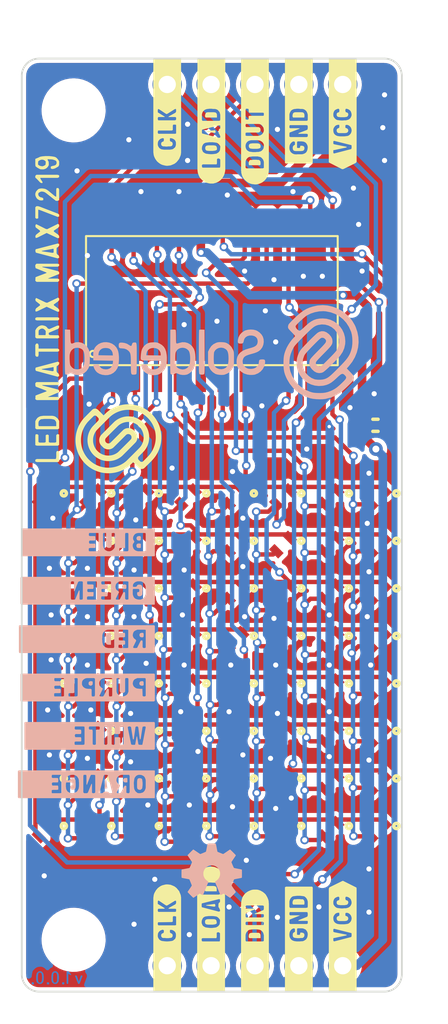
<source format=kicad_pcb>
(kicad_pcb (version 20210623) (generator pcbnew)
  (title_block (title "LED Matrix MAX7219") (date "2021-09-08") (rev "V1.0.0.") (company "SOLDERED") (comment 1 "333062"))
  (layers (0 "F.Cu" signal) (31 "B.Cu" signal) (34 "B.Paste" user) (35 "F.Paste" user) (36 "B.SilkS" user "B.Silkscreen") (37 "F.SilkS" user "F.Silkscreen") (38 "B.Mask" user) (39 "F.Mask" user) (44 "Edge.Cuts" user))
  (net 0 "")
  (net 1 "Net-(D1-Pad1)")
  (net 2 "Net-(D1-Pad2)")
  (net 3 "Net-(D10-Pad2)")
  (net 4 "Net-(D17-Pad2)")
  (net 5 "Net-(D25-Pad2)")
  (net 6 "Net-(D33-Pad2)")
  (net 7 "Net-(D41-Pad2)")
  (net 8 "Net-(D49-Pad2)")
  (net 9 "Net-(D11-Pad1)")
  (net 10 "Net-(D12-Pad1)")
  (net 11 "Net-(D13-Pad1)")
  (net 12 "Net-(D14-Pad1)")
  (net 13 "Net-(D15-Pad1)")
  (net 14 "Net-(D16-Pad1)")
  (net 15 "CLK")
  (net 16 "LOAD")
  (net 17 "DIN")
  (net 18 "GND")
  (net 19 "VCC")
  (net 20 "DOUT")
  (net 21 "Net-(R1-Pad1)")
  (net 22 "Net-(D57-Pad2)")
  (net 23 "Net-(D10-Pad1)")
  (footprint "e-radionica.com footprinti:0402LED" (layer "F.Cu") (at 85 143.25 45)
    (fp_text reference "D4")
    (fp_text value "0402LED")
  )
  (footprint "e-radionica.com footprinti:0402LED" (layer "F.Cu") (at 85 126.75 45)
    (fp_text reference "D52")
    (fp_text value "0402LED")
  )
  (footprint "e-radionica.com footprinti:0402LED" (layer "F.Cu") (at 79.5 135 45)
    (fp_text reference "D26")
    (fp_text value "0402LED")
  )
  (footprint "e-radionica.com footprinti:0402LED" (layer "F.Cu") (at 87.75 135 45)
    (fp_text reference "D29")
    (fp_text value "0402LED")
  )
  (footprint "e-radionica.com footprinti:0402LED" (layer "F.Cu") (at 79.5 143.25 45)
    (fp_text reference "D2")
    (fp_text value "0402LED")
  )
  (footprint "e-radionica.com footprinti:0402LED" (layer "F.Cu") (at 96 124 45)
    (fp_text reference "D64")
    (fp_text value "0402LED")
  )
  (footprint "e-radionica.com footprinti:0402LED" (layer "F.Cu") (at 87.75 124 45)
    (fp_text reference "D61")
    (fp_text value "0402LED")
  )
  (footprint "Soldered Graphics:Logo-Back-SolderedFULL-17mm" (layer "F.Cu") (at 86.375 115.625)
    (fp_text reference "REF**" hide)
    (fp_text value "Logo-Front-SolderedFULL-17mm" hide)
  )
  (footprint "e-radionica.com footprinti:0402LED" (layer "F.Cu") (at 96 140.5 45)
    (fp_text reference "D16")
    (fp_text value "0402LED")
  )
  (footprint "e-radionica.com footprinti:0402LED" (layer "F.Cu") (at 93.25 124 45)
    (fp_text reference "D63")
    (fp_text value "0402LED")
  )
  (footprint "e-radionica.com footprinti:0402LED" (layer "F.Cu") (at 85 135 45)
    (fp_text reference "D28")
    (fp_text value "0402LED")
  )
  (footprint "e-radionica.com footprinti:0402LED" (layer "F.Cu") (at 82.25 126.75 45)
    (fp_text reference "D51")
    (fp_text value "0402LED")
  )
  (footprint "e-radionica.com footprinti:0402LED" (layer "F.Cu") (at 76.75 143.25 45)
    (fp_text reference "D1")
    (fp_text value "0402LED")
  )
  (footprint "e-radionica.com footprinti:0402LED" (layer "F.Cu") (at 93.25 137.75 45)
    (fp_text reference "D23")
    (fp_text value "0402LED")
  )
  (footprint "e-radionica.com footprinti:0402LED" (layer "F.Cu") (at 90.5 129.5 45)
    (fp_text reference "D46")
    (fp_text value "0402LED")
  )
  (footprint "e-radionica.com footprinti:0402LED" (layer "F.Cu") (at 79.5 124 45)
    (fp_text reference "D58")
    (fp_text value "0402LED")
  )
  (footprint "e-radionica.com footprinti:0402LED" (layer "F.Cu") (at 82.25 143.25 45)
    (fp_text reference "D3")
    (fp_text value "0402LED")
  )
  (footprint "e-radionica.com footprinti:0402LED" (layer "F.Cu") (at 93.25 132.25 45)
    (fp_text reference "D39")
    (fp_text value "0402LED")
  )
  (footprint "e-radionica.com footprinti:0402LED" (layer "F.Cu") (at 96 137.75 45)
    (fp_text reference "D24")
    (fp_text value "0402LED")
  )
  (footprint "e-radionica.com footprinti:0402LED" (layer "F.Cu") (at 85 129.5 45)
    (fp_text reference "D44")
    (fp_text value "0402LED")
  )
  (footprint "e-radionica.com footprinti:0402LED" (layer "F.Cu") (at 85 140.5 45)
    (fp_text reference "D12")
    (fp_text value "0402LED")
  )
  (footprint "e-radionica.com footprinti:0402LED" (layer "F.Cu") (at 85 132.25 45)
    (fp_text reference "D36")
    (fp_text value "0402LED")
  )
  (footprint "buzzardLabel" (layer "F.Cu") (at 93.955 153.025 90)
    (fp_text reference "")
    (fp_text value "")
  )
  (footprint "e-radionica.com footprinti:0402LED" (layer "F.Cu") (at 87.75 129.5 45)
    (fp_text reference "D45")
    (fp_text value "0402LED")
  )
  (footprint "e-radionica.com footprinti:0402LED" (layer "F.Cu") (at 76.75 129.5 45)
    (fp_text reference "D41")
    (fp_text value "0402LED")
  )
  (footprint "e-radionica.com footprinti:0402LED" (layer "F.Cu") (at 96 135 45)
    (fp_text reference "D32")
    (fp_text value "0402LED")
  )
  (footprint "buzzardLabel" (layer "F.Cu") (at 93.955 98.225 90)
    (fp_text reference "")
    (fp_text value "")
  )
  (footprint "e-radionica.com footprinti:0402LED" (layer "F.Cu") (at 85 137.75 45)
    (fp_text reference "D20")
    (fp_text value "0402LED")
  )
  (footprint "e-radionica.com footprinti:0402LED" (layer "F.Cu") (at 93.25 143.25 45)
    (fp_text reference "D7")
    (fp_text value "0402LED")
  )
  (footprint "buzzardLabel" (layer "F.Cu") (at 91.415 153.025 90)
    (fp_text reference "")
    (fp_text value "")
  )
  (footprint "e-radionica.com footprinti:0402LED" (layer "F.Cu") (at 96 132.25 45)
    (fp_text reference "D40")
    (fp_text value "0402LED")
  )
  (footprint "e-radionica.com footprinti:0402LED" (layer "F.Cu") (at 93.25 129.5 45)
    (fp_text reference "D47")
    (fp_text value "0402LED")
  )
  (footprint "e-radionica.com footprinti:0402LED" (layer "F.Cu") (at 79.5 126.75 45)
    (fp_text reference "D50")
    (fp_text value "0402LED")
  )
  (footprint "e-radionica.com footprinti:0402LED" (layer "F.Cu") (at 90.5 126.75 45)
    (fp_text reference "D54")
    (fp_text value "0402LED")
  )
  (footprint "Soldered Graphics:Logo-Back-OSH-3.5mm" (layer "F.Cu") (at 86.375 145.625)
    (fp_text reference "G***" hide)
    (fp_text value "LOGO" hide)
  )
  (footprint "e-radionica.com footprinti:0402LED" (layer "F.Cu") (at 96 126.75 45)
    (fp_text reference "D56")
    (fp_text value "0402LED")
  )
  (footprint "e-radionica.com footprinti:0402LED" (layer "F.Cu") (at 93.25 126.75 45)
    (fp_text reference "D55")
    (fp_text value "0402LED")
  )
  (footprint "buzzardLabel" (layer "F.Cu") (at 83.795 153.025 90)
    (fp_text reference "")
    (fp_text value "")
  )
  (footprint "e-radionica.com footprinti:0402LED" (layer "F.Cu") (at 79.5 140.5 45)
    (fp_text reference "D10")
    (fp_text value "0402LED")
  )
  (footprint "e-radionica.com footprinti:HOLE_3.2mm" (layer "F.Cu") (at 78.375 101.625)
    (fp_text reference "H2" hide)
    (fp_text value "HOLE_3.2mm" hide)
  )
  (footprint "e-radionica.com footprinti:0402LED" (layer "F.Cu") (at 90.5 124 45)
    (fp_text reference "D62")
    (fp_text value "0402LED")
  )
  (footprint "buzzardLabel" (layer "F.Cu") (at 88.875 153.025 90)
    (fp_text reference "")
    (fp_text value "")
  )
  (footprint "e-radionica.com footprinti:0402LED" (layer "F.Cu") (at 79.5 132.25 45)
    (fp_text reference "D34")
    (fp_text value "0402LED")
  )
  (footprint "e-radionica.com footprinti:0402LED" (layer "F.Cu") (at 90.5 143.25 45)
    (fp_text reference "D6")
    (fp_text value "0402LED")
  )
  (footprint "e-radionica.com footprinti:0402LED" (layer "F.Cu") (at 82.25 135 45)
    (fp_text reference "D27")
    (fp_text value "0402LED")
  )
  (footprint "e-radionica.com footprinti:0402LED" (layer "F.Cu") (at 87.75 137.75 45)
    (fp_text reference "D21")
    (fp_text value "0402LED")
  )
  (footprint "e-radionica.com footprinti:FIDUCIAL_23" (layer "F.Cu") (at 80.55 113.95)
    (fp_text reference "FD1")
    (fp_text value "FIDUCIAL")
  )
  (footprint "e-radionica.com footprinti:HOLE_3.2mm" (layer "F.Cu") (at 78.375 149.625)
    (fp_text reference "H1" hide)
    (fp_text value "HOLE_3.2mm" hide)
  )
  (footprint "e-radionica.com footprinti:0402LED" (layer "F.Cu") (at 90.5 140.5 45)
    (fp_text reference "D14")
    (fp_text value "0402LED")
  )
  (footprint "e-radionica.com footprinti:0402LED" (layer "F.Cu") (at 87.75 126.75 45)
    (fp_text reference "D53")
    (fp_text value "0402LED")
  )
  (footprint "e-radionica.com footprinti:0402LED" (layer "F.Cu") (at 96 143.25 45)
    (fp_text reference "D8")
    (fp_text value "0402LED")
  )
  (footprint "e-radionica.com footprinti:0402LED" (layer "F.Cu") (at 76.75 137.75 45)
    (fp_text reference "D17")
    (fp_text value "0402LED")
  )
  (footprint "e-radionica.com footprinti:0402LED" (layer "F.Cu") (at 82.25 140.5 45)
    (fp_text reference "D11")
    (fp_text value "0402LED")
  )
  (footprint "e-radionica.com footprinti:0402LED" (layer "F.Cu") (at 76.75 132.25 45)
    (fp_text reference "D33")
    (fp_text value "0402LED")
  )
  (footprint "e-radionica.com footprinti:0402LED" (layer "F.Cu") (at 87.75 132.25 45)
    (fp_text reference "D37")
    (fp_text value "0402LED")
  )
  (footprint "e-radionica.com footprinti:0402LED" (layer "F.Cu") (at 85 124 45)
    (fp_text reference "D60")
    (fp_text value "0402LED")
  )
  (footprint "e-radionica.com footprinti:0402LED" (layer "F.Cu") (at 82.25 129.5 45)
    (fp_text reference "D43")
    (fp_text value "0402LED")
  )
  (footprint "e-radionica.com footprinti:0402LED" (layer "F.Cu") (at 79.5 129.5 45)
    (fp_text reference "D42")
    (fp_text value "0402LED")
  )
  (footprint "buzzardLabel" (layer "F.Cu") (at 88.875 98.225 90)
    (fp_text reference "")
    (fp_text value "")
  )
  (footprint "e-radionica.com footprinti:0402LED" (layer "F.Cu") (at 76.75 126.75 45)
    (fp_text reference "D49")
    (fp_text value "0402LED")
  )
  (footprint "e-radionica.com footprinti:0402LED" (layer "F.Cu") (at 90.5 135 45)
    (fp_text reference "D30")
    (fp_text value "0402LED")
  )
  (footprint "buzzardLabel" (layer "F.Cu") (at 91.415 98.225 90)
    (fp_text reference "")
    (fp_text value "")
  )
  (footprint "buzzardLabel" (layer "F.Cu") (at 83.795 98.225 90)
    (fp_text reference "")
    (fp_text value "")
  )
  (footprint "e-radionica.com footprinti:0402LED" (layer "F.Cu") (at 93.25 135 45)
    (fp_text reference "D31")
    (fp_text value "0402LED")
  )
  (footprint "e-radionica.com footprinti:0402LED" (layer "F.Cu") (at 82.25 132.25 45)
    (fp_text reference "D35")
    (fp_text value "0402LED")
  )
  (footprint "e-radionica.com footprinti:SOIC-24" (layer "F.Cu") (at 86.375 112.65 90)
    (fp_text reference "U1")
    (fp_text value "MAX7219")
  )
  (footprint "buzzardLabel" (layer "F.Cu") (at 76.875 113.125 90)
    (fp_text reference "")
    (fp_text value "")
  )
  (footprint "e-radionica.com footprinti:0402LED" (layer "F.Cu") (at 82.25 137.75 45)
    (fp_text reference "D19")
    (fp_text value "0402LED")
  )
  (footprint "e-radionica.com footprinti:0402LED" (layer "F.Cu") (at 93.25 140.5 45)
    (fp_text reference "D15")
    (fp_text value "0402LED")
  )
  (footprint "buzzardLabel" (layer "F.Cu") (at 86.335 153.025 90)
    (fp_text reference "")
    (fp_text value "")
  )
  (footprint "e-radionica.com footprinti:0402LED" (layer "F.Cu") (at 82.25 124 45)
    (fp_text reference "D59")
    (fp_text value "0402LED")
  )
  (footprint "e-radionica.com footprinti:0402LED" (layer "F.Cu") (at 90.5 132.25 45)
    (fp_text reference "D38")
    (fp_text value "0402LED")
  )
  (footprint "e-radionica.com footprinti:0402LED" (layer "F.Cu") (at 76.75 124 45)
    (fp_text reference "D57")
    (fp_text value "0402LED")
  )
  (footprint "e-radionica.com footprinti:0402LED" (layer "F.Cu") (at 87.75 143.25 45)
    (fp_text reference "D5")
    (fp_text value "0402LED")
  )
  (footprint "e-radionica.com footprinti:0402LED" (layer "F.Cu") (at 76.75 135 45)
    (fp_text reference "D25")
    (fp_text value "0402LED")
  )
  (footprint "e-radionica.com footprinti:0603R" (layer "F.Cu") (at 95.85 119.85 180)
    (fp_text reference "R1")
    (fp_text value "22k")
  )
  (footprint "e-radionica.com footprinti:0402LED" (layer "F.Cu") (at 87.75 140.5 45)
    (fp_text reference "D13")
    (fp_text value "0402LED")
  )
  (footprint "Soldered Graphics:Logo-Front-Soldered-5mm" (layer "F.Cu") (at 80.975 120.625 90)
    (fp_text reference "G***" hide)
    (fp_text value "LOGO" hide)
  )
  (footprint "buzzardLabel" (layer "F.Cu") (at 86.35 98.225 90)
    (fp_text reference "")
    (fp_text value "")
  )
  (footprint "e-radionica.com footprinti:0402LED" (layer "F.Cu") (at 76.75 140.5 45)
    (fp_text reference "D9")
    (fp_text value "0402LED")
  )
  (footprint "e-radionica.com footprinti:0402LED" (layer "F.Cu") (at 90.5 137.75 45)
    (fp_text reference "D22")
    (fp_text value "0402LED")
  )
  (footprint "e-radionica.com footprinti:0402LED" (layer "F.Cu") (at 96 129.5 45)
    (fp_text reference "D48")
    (fp_text value "0402LED")
  )
  (footprint "e-radionica.com footprinti:0402LED" (layer "F.Cu") (at 79.5 137.75 45)
    (fp_text reference "D18")
    (fp_text value "0402LED")
  )
  (footprint "Soldered Graphics:Version1.0.0." (layer "B.Cu") (at 77.375 151.825 180)
    (fp_text reference "Ref**" hide)
    (fp_text value "Val**" hide)
  )
  (footprint "buzzardLabel" (layer "B.Cu") (at 83.475 137.825 180)
    (fp_text reference "")
    (fp_text value "")
  )
  (footprint "buzzardLabel" (layer "B.Cu") (at 83.475 135.025 180)
    (fp_text reference "")
    (fp_text value "")
  )
  (footprint "buzzardLabel" (layer "B.Cu") (at 83.475 129.425 180)
    (fp_text reference "")
    (fp_text value "")
  )
  (footprint "buzzardLabel" (layer "B.Cu") (at 83.475 140.625 180)
    (fp_text reference "")
    (fp_text value "")
  )
  (footprint "buzzardLabel" (layer "B.Cu") (at 83.475 126.625 180)
    (fp_text reference "")
    (fp_text value "")
  )
  (footprint "e-radionica.com footprinti:HEADER_MALE_5X1" (layer "B.Cu") (at 88.875 151.125)
    (fp_text reference "K1")
    (fp_text value "HEADER_MALE_5X1")
  )
  (footprint "buzzardLabel" (layer "B.Cu") (at 83.475 132.225 180)
    (fp_text reference "")
    (fp_text value "")
  )
  (footprint "e-radionica.com footprinti:HEADER_MALE_5X1" (layer "B.Cu") (at 88.875 100.125)
    (fp_text reference "K2")
    (fp_text value "HEADER_MALE_5X1")
  )
  (gr_arc (start 96.375 99.625) (end 96.375 98.625) (angle 90) (layer "Edge.Cuts") (width 0.1))
  (gr_line (start 75.375 99.625) (end 75.375 151.625) (layer "Edge.Cuts") (width 0.1))
  (gr_arc (start 76.375 151.625) (end 75.375 151.625) (angle -90) (layer "Edge.Cuts") (width 0.1))
  (gr_line (start 97.375 151.625) (end 97.375 99.625) (layer "Edge.Cuts") (width 0.1))
  (gr_line (start 76.375 152.625) (end 96.375 152.625) (layer "Edge.Cuts") (width 0.1))
  (gr_arc (start 96.375 151.625) (end 96.375 152.625) (angle -90) (layer "Edge.Cuts") (width 0.1))
  (gr_arc (start 76.375 99.625) (end 76.375 98.625) (angle -90) (layer "Edge.Cuts") (width 0.1))
  (gr_line (start 96.375 98.625) (end 76.375 98.625) (layer "Edge.Cuts") (width 0.1))
  (segment (start 92.075 106.825) (end 92.075 108.135) (width 0.254) (layer "F.Cu") (net 1))
  (segment (start 76.216637 124.583363) (end 76.166637 124.633363) (width 0.254) (layer "F.Cu") (net 1))
  (segment (start 76.166637 124.633363) (end 76.166637 143.444455) (width 0.254) (layer "F.Cu") (net 1))
  (segment (start 76.166637 123.433363) (end 76.166637 124.583363) (width 0.254) (layer "F.Cu") (net 1))
  (segment (start 77.875 121.725) (end 76.166637 123.433363) (width 0.254) (layer "F.Cu") (net 1))
  (segment (start 92.075 108.135) (end 92.09 108.15) (width 0.254) (layer "F.Cu") (net 1))
  (segment (start 76.166637 124.583363) (end 76.216637 124.583363) (width 0.254) (layer "F.Cu") (net 1))
  (segment (start 76.166637 143.444455) (end 76.361091 143.638909) (width 0.254) (layer "F.Cu") (net 1))
  (via (at 92.075 106.825) (size 0.5) (drill 0.3) (layers "F.Cu" "B.Cu") (net 1))
  (via (at 77.875 121.725) (size 0.5) (drill 0.3) (layers "F.Cu" "B.Cu") (net 1))
  (segment (start 92.075 106.825) (end 91.975 106.925) (width 0.254) (layer "B.Cu") (net 1))
  (segment (start 77.875 106.925) (end 77.875 121.725) (width 0.254) (layer "B.Cu") (net 1))
  (segment (start 91.975 106.925) (end 88.975 106.925) (width 0.254) (layer "B.Cu") (net 1))
  (segment (start 88.975 106.925) (end 87.475 105.425) (width 0.254) (layer "B.Cu") (net 1))
  (segment (start 79.375 105.425) (end 77.875 106.925) (width 0.254) (layer "B.Cu") (net 1))
  (segment (start 87.475 105.425) (end 79.375 105.425) (width 0.254) (layer "B.Cu") (net 1))
  (segment (start 80.575 118.425) (end 80.66 118.34) (width 0.254) (layer "F.Cu") (net 2))
  (segment (start 79.875 141.825) (end 79.875 142.458274) (width 0.254) (layer "F.Cu") (net 2))
  (segment (start 77.138909 142.861091) (end 77.333363 142.666637) (width 0.254) (layer "F.Cu") (net 2))
  (segment (start 96.194455 142.666637) (end 96.388909 142.861091) (width 0.254) (layer "F.Cu") (net 2))
  (segment (start 79.875 142.458274) (end 80.083363 142.666637) (width 0.254) (layer "F.Cu") (net 2))
  (segment (start 77.333363 142.666637) (end 96.194455 142.666637) (width 0.254) (layer "F.Cu") (net 2))
  (segment (start 80.66 118.34) (end 80.66 117.15) (width 0.254) (layer "F.Cu") (net 2))
  (via (at 79.875 141.825) (size 0.5) (drill 0.3) (layers "F.Cu" "B.Cu") (net 2))
  (via (at 80.575 118.425) (size 0.5) (drill 0.3) (layers "F.Cu" "B.Cu") (net 2))
  (segment (start 80.05 141.65) (end 80.05 118.95) (width 0.254) (layer "B.Cu") (net 2))
  (segment (start 80.05 118.95) (end 80.575 118.425) (width 0.254) (layer "B.Cu") (net 2))
  (segment (start 79.875 141.825) (end 80.05 141.65) (width 0.254) (layer "B.Cu") (net 2))
  (segment (start 90.888909 139.611091) (end 90.888909 140.111091) (width 0.254) (layer "F.Cu") (net 3))
  (segment (start 83.890311 139.825) (end 83.60422 140.111091) (width 0.254) (layer "F.Cu") (net 3))
  (segment (start 96.102818 139.825) (end 83.890311 139.825) (width 0.254) (layer "F.Cu") (net 3))
  (segment (start 91.075 139.425) (end 90.888909 139.611091) (width 0.254) (layer "F.Cu") (net 3))
  (segment (start 83.60422 140.111091) (end 77.138909 140.111091) (width 0.254) (layer "F.Cu") (net 3))
  (segment (start 91.251023 119.701023) (end 92.09 118.862046) (width 0.254) (layer "F.Cu") (net 3))
  (segment (start 96.388909 140.111091) (end 96.102818 139.825) (width 0.254) (layer "F.Cu") (net 3))
  (segment (start 92.09 118.862046) (end 92.09 117.15) (width 0.254) (layer "F.Cu") (net 3))
  (via (at 91.251023 119.701023) (size 0.5) (drill 0.3) (layers "F.Cu" "B.Cu") (net 3))
  (via (at 91.075 139.425) (size 0.5) (drill 0.3) (layers "F.Cu" "B.Cu") (net 3))
  (segment (start 91.138602 119.813444) (end 91.251023 119.701023) (width 0.254) (layer "B.Cu") (net 3))
  (segment (start 91.138602 139.361398) (end 91.138602 119.813444) (width 0.254) (layer "B.Cu") (net 3))
  (segment (start 91.075 139.425) (end 91.138602 139.361398) (width 0.254) (layer "B.Cu") (net 3))
  (segment (start 77.138909 137.361091) (end 77.333363 137.166637) (width 0.254) (layer "F.Cu") (net 4))
  (segment (start 85.575 119.125) (end 85.74 118.96) (width 0.254) (layer "F.Cu") (net 4))
  (segment (start 85.583363 136.983363) (end 85.55 136.95) (width 0.254) (layer "F.Cu") (net 4))
  (segment (start 96.194455 137.166637) (end 96.388909 137.361091) (width 0.254) (layer "F.Cu") (net 4))
  (segment (start 85.583363 137.166637) (end 85.583363 136.983363) (width 0.254) (layer "F.Cu") (net 4))
  (segment (start 85.74 118.96) (end 85.74 117.15) (width 0.254) (layer "F.Cu") (net 4))
  (segment (start 85.55 136.95) (end 85.55 135.6) (width 0.254) (layer "F.Cu") (net 4))
  (segment (start 77.333363 137.166637) (end 96.194455 137.166637) (width 0.254) (layer "F.Cu") (net 4))
  (via (at 85.55 135.6) (size 0.5) (drill 0.3) (layers "F.Cu" "B.Cu") (net 4))
  (via (at 85.575 119.125) (size 0.5) (drill 0.3) (layers "F.Cu" "B.Cu") (net 4))
  (segment (start 85.575 119.125) (end 85.55 119.15) (width 0.254) (layer "B.Cu") (net 4))
  (segment (start 85.55 119.15) (end 85.55 135.6) (width 0.254) (layer "B.Cu") (net 4))
  (segment (start 88.333363 132.94074) (end 88.232435 132.839812) (width 0.254) (layer "F.Cu") (net 5))
  (segment (start 87.01 119.19) (end 87.01 117.15) (width 0.254) (layer "F.Cu") (net 5))
  (segment (start 77.333363 134.416637) (end 96.194455 134.416637) (width 0.254) (layer "F.Cu") (net 5))
  (segment (start 88.333363 134.416637) (end 88.333363 132.94074) (width 0.254) (layer "F.Cu") (net 5))
  (segment (start 96.194455 134.416637) (end 96.388909 134.611091) (width 0.254) (layer "F.Cu") (net 5))
  (segment (start 86.975 119.225) (end 87.01 119.19) (width 0.254) (layer "F.Cu") (net 5))
  (segment (start 77.138909 134.611091) (end 77.333363 134.416637) (width 0.254) (layer "F.Cu") (net 5))
  (via (at 86.975 119.225) (size 0.5) (drill 0.3) (layers "F.Cu" "B.Cu") (net 5))
  (via (at 88.232435 132.839812) (size 0.5) (drill 0.3) (layers "F.Cu" "B.Cu") (net 5))
  (segment (start 88.232435 132.132435) (end 88.232435 132.839812) (width 0.254) (layer "B.Cu") (net 5))
  (segment (start 87.575 123.725) (end 87.55 123.75) (width 0.254) (layer "B.Cu") (net 5))
  (segment (start 86.95 119.25) (end 86.95 123.1) (width 0.254) (layer "B.Cu") (net 5))
  (segment (start 87.55 123.75) (end 87.55 131.45) (width 0.254) (layer "B.Cu") (net 5))
  (segment (start 86.95 123.1) (end 87.575 123.725) (width 0.254) (layer "B.Cu") (net 5))
  (segment (start 87.55 131.45) (end 88.232435 132.132435) (width 0.254) (layer "B.Cu") (net 5))
  (segment (start 86.975 119.225) (end 86.95 119.25) (width 0.254) (layer "B.Cu") (net 5))
  (segment (start 82.866637 131.666637) (end 96.194455 131.666637) (width 0.254) (layer "F.Cu") (net 6))
  (segment (start 77.138909 131.861091) (end 77.333363 131.666637) (width 0.254) (layer "F.Cu") (net 6))
  (segment (start 96.194455 131.666637) (end 96.388909 131.861091) (width 0.254) (layer "F.Cu") (net 6))
  (segment (start 77.333363 131.666637) (end 82.866637 131.666637) (width 0.254) (layer "F.Cu") (net 6))
  (segment (start 81.9735 118.325) (end 81.93 118.2815) (width 0.254) (layer "F.Cu") (net 6))
  (segment (start 81.93 118.2815) (end 81.93 117.15) (width 0.254) (layer "F.Cu") (net 6))
  (segment (start 82.775 130.825) (end 82.866637 130.916637) (width 0.254) (layer "F.Cu") (net 6))
  (segment (start 82.866637 130.916637) (end 82.866637 131.666637) (width 0.254) (layer "F.Cu") (net 6))
  (via (at 82.775 130.825) (size 0.5) (drill 0.3) (layers "F.Cu" "B.Cu") (net 6))
  (via (at 81.9735 118.325) (size 0.5) (drill 0.3) (layers "F.Cu" "B.Cu") (net 6))
  (segment (start 82.775 120.725) (end 82.775 130.825) (width 0.254) (layer "B.Cu") (net 6))
  (segment (start 81.9735 118.325) (end 81.9735 119.9235) (width 0.254) (layer "B.Cu") (net 6))
  (segment (start 81.9735 119.9235) (end 82.775 120.725) (width 0.254) (layer "B.Cu") (net 6))
  (segment (start 91.083363 128.916637) (end 91.091637 128.916637) (width 0.254) (layer "F.Cu") (net 7))
  (segment (start 90.675 118.425) (end 90.82 118.28) (width 0.254) (layer "F.Cu") (net 7))
  (segment (start 90.866637 128.916637) (end 90.3 128.35) (width 0.254) (layer "F.Cu") (net 7))
  (segment (start 91.083363 128.916637) (end 90.866637 128.916637) (width 0.254) (layer "F.Cu") (net 7))
  (segment (start 96.194455 128.916637) (end 96.388909 129.111091) (width 0.254) (layer "F.Cu") (net 7))
  (segment (start 91.091637 128.916637) (end 96.194455 128.916637) (width 0.254) (layer "F.Cu") (net 7))
  (segment (start 90.82 118.28) (end 90.82 117.15) (width 0.254) (layer "F.Cu") (net 7))
  (segment (start 77.333363 128.916637) (end 91.091637 128.916637) (width 0.254) (layer "F.Cu") (net 7))
  (segment (start 77.138909 129.111091) (end 77.333363 128.916637) (width 0.254) (layer "F.Cu") (net 7))
  (via (at 90.3 128.35) (size 0.5) (drill 0.3) (layers "F.Cu" "B.Cu") (net 7))
  (via (at 90.675 118.425) (size 0.5) (drill 0.3) (layers "F.Cu" "B.Cu") (net 7))
  (segment (start 90.675 118.425) (end 89.975 119.125) (width 0.254) (layer "B.Cu") (net 7))
  (segment (start 89.548489 127.598489) (end 90.3 128.35) (width 0.254) (layer "B.Cu") (net 7))
  (segment (start 89.975 124.924826) (end 89.548489 125.351337) (width 0.254) (layer "B.Cu") (net 7))
  (segment (start 89.548489 125.351337) (end 89.548489 127.598489) (width 0.254) (layer "B.Cu") (net 7))
  (segment (start 89.975 119.125) (end 89.975 124.924826) (width 0.254) (layer "B.Cu") (net 7))
  (segment (start 96.194455 126.166637) (end 96.388909 126.361091) (width 0.254) (layer "F.Cu") (net 8))
  (segment (start 77.138909 126.361091) (end 77.333363 126.166637) (width 0.254) (layer "F.Cu") (net 8))
  (segment (start 85.45 125.95) (end 85.140059 125.640059) (width 0.254) (layer "F.Cu") (net 8))
  (segment (start 84.575 118.625) (end 84.575 117.255) (width 0.254) (layer "F.Cu") (net 8))
  (segment (start 85.140059 125.640059) (end 84.570793 125.640059) (width 0.254) (layer "F.Cu") (net 8))
  (segment (start 85.583363 126.083363) (end 85.45 125.95) (width 0.254) (layer "F.Cu") (net 8))
  (segment (start 85.583363 126.166637) (end 85.583363 126.083363) (width 0.254) (layer "F.Cu") (net 8))
  (segment (start 77.333363 126.166637) (end 96.194455 126.166637) (width 0.254) (layer "F.Cu") (net 8))
  (segment (start 84.575 117.255) (end 84.47 117.15) (width 0.254) (layer "F.Cu") (net 8))
  (via (at 84.575 118.625) (size 0.5) (drill 0.3) (layers "F.Cu" "B.Cu") (net 8))
  (via (at 84.570793 125.640059) (size 0.5) (drill 0.3) (layers "F.Cu" "B.Cu") (net 8))
  (segment (start 84.575 118.625) (end 84.85 118.9) (width 0.254) (layer "B.Cu") (net 8))
  (segment (start 84.570793 124.304207) (end 84.570793 125.640059) (width 0.254) (layer "B.Cu") (net 8))
  (segment (start 84.85 118.9) (end 84.85 124.025) (width 0.254) (layer "B.Cu") (net 8))
  (segment (start 84.85 124.025) (end 84.570793 124.304207) (width 0.254) (layer "B.Cu") (net 8))
  (segment (start 80.85 133.425) (end 81.075 133.425) (width 0.254) (layer "F.Cu") (net 9))
  (segment (start 80.85 141.625) (end 81.586091 140.888909) (width 0.254) (layer "F.Cu") (net 9))
  (segment (start 80.875 127.825) (end 81.561091 127.138909) (width 0.254) (layer "F.Cu") (net 9))
  (segment (start 80.775 143.625) (end 80.788909 143.638909) (width 0.254) (layer "F.Cu") (net 9))
  (segment (start 81.075 133.425) (end 81.861091 132.638909) (width 0.254) (layer "F.Cu") (net 9))
  (segment (start 81.611091 135.388909) (end 81.861091 135.388909) (width 0.254) (layer "F.Cu") (net 9))
  (segment (start 81.775 119.925) (end 81.775 122.525) (width 0.254) (layer "F.Cu") (net 9))
  (segment (start 85.275 112.85) (end 85.675 112.45) (width 0.254) (layer "F.Cu") (net 9))
  (segment (start 84.475 108.155) (end 84.47 108.15) (width 0.254) (layer "F.Cu") (net 9))
  (segment (start 81.586091 140.888909) (end 81.861091 140.888909) (width 0.254) (layer "F.Cu") (net 9))
  (segment (start 81.761091 138.138909) (end 81.861091 138.138909) (width 0.254) (layer "F.Cu") (net 9))
  (segment (start 81.561091 127.138909) (end 81.861091 127.138909) (width 0.254) (layer "F.Cu") (net 9))
  (segment (start 83.35 112.85) (end 85.275 112.85) (width 0.254) (layer "F.Cu") (net 9))
  (segment (start 81.411091 124.388909) (end 81.861091 124.388909) (width 0.254) (layer "F.Cu") (net 9))
  (segment (start 83.175 118.525) (end 81.775 119.925) (width 0.254) (layer "F.Cu") (net 9))
  (segment (start 81.861091 129.888909) (end 81.811091 129.888909) (width 0.254) (layer "F.Cu") (net 9))
  (segment (start 81.811091 129.888909) (end 80.85 130.85) (width 0.254) (layer "F.Cu") (net 9))
  (segment (start 80.85 139.05) (end 81.761091 138.138909) (width 0.254) (layer "F.Cu") (net 9))
  (segment (start 80.788909 143.638909) (end 81.861091 143.638909) (width 0.254) (layer "F.Cu") (net 9))
  (segment (start 80.875 136.125) (end 81.611091 135.388909) (width 0.254) (layer "F.Cu") (net 9))
  (segment (start 80.875 124.925) (end 81.411091 124.388909) (width 0.254) (layer "F.Cu") (net 9))
  (segment (start 84.475 110.025) (end 84.475 108.155) (width 0.254) (layer "F.Cu") (net 9))
  (via (at 80.875 136.125) (size 0.5) (drill 0.3) (layers "F.Cu" "B.Cu") (net 9))
  (via (at 83.35 112.85) (size 0.5) (drill 0.3) (layers "F.Cu" "B.Cu") (net 9))
  (via (at 83.175 118.525) (size 0.5) (drill 0.3) (layers "F.Cu" "B.Cu") (net 9))
  (via (at 80.775 143.625) (size 0.5) (drill 0.3) (layers "F.Cu" "B.Cu") (net 9))
  (via (at 80.875 124.925) (size 0.5) (drill 0.3) (layers "F.Cu" "B.Cu") (net 9))
  (via (at 80.85 141.625) (size 0.5) (drill 0.3) (layers "F.Cu" "B.Cu") (net 9))
  (via (at 84.475 110.025) (size 0.5) (drill 0.3) (layers "F.Cu" "B.Cu") (net 9))
  (via (at 80.85 130.85) (size 0.5) (drill 0.3) (layers "F.Cu" "B.Cu") (net 9))
  (via (at 81.775 122.525) (size 0.5) (drill 0.3) (layers "F.Cu" "B.Cu") (net 9))
  (via (at 85.675 112.45) (size 0.5) (drill 0.3) (layers "F.Cu" "B.Cu") (net 9))
  (via (at 80.85 139.05) (size 0.5) (drill 0.3) (layers "F.Cu" "B.Cu") (net 9))
  (via (at 80.85 133.425) (size 0.5) (drill 0.3) (layers "F.Cu" "B.Cu") (net 9))
  (via (at 80.875 127.825) (size 0.5) (drill 0.3) (layers "F.Cu" "B.Cu") (net 9))
  (segment (start 80.85 133.425) (end 80.85 130.85) (width 0.254) (layer "B.Cu") (net 9))
  (segment (start 80.875 123.425) (end 81.775 122.525) (width 0.254) (layer "B.Cu") (net 9))
  (segment (start 80.875 127.825) (end 80.875 124.925) (width 0.254) (layer "B.Cu") (net 9))
  (segment (start 84.475 110.825) (end 85.675 112.025) (width 0.254) (layer "B.Cu") (net 9))
  (segment (start 83.15 118.5) (end 83.15 113.05) (width 0.254) (layer "B.Cu") (net 9))
  (segment (start 80.85 141.625) (end 80.85 139.05) (width 0.254) (layer "B.Cu") (net 9))
  (segment (start 80.85 143.55) (end 80.775 143.625) (width 0.254) (layer "B.Cu") (net 9))
  (segment (start 83.175 118.525) (end 83.15 118.5) (width 0.254) (layer "B.Cu") (net 9))
  (segment (start 80.85 136.15) (end 80.85 139.05) (width 0.254) (layer "B.Cu") (net 9))
  (segment (start 84.475 110.025) (end 84.475 110.825) (width 0.254) (layer "B.Cu") (net 9))
  (segment (start 80.85 133.425) (end 80.85 136.1) (width 0.254) (layer "B.Cu") (net 9))
  (segment (start 83.15 113.05) (end 83.35 112.85) (width 0.254) (layer "B.Cu") (net 9))
  (segment (start 80.85 136.1) (end 80.875 136.125) (width 0.254) (layer "B.Cu") (net 9))
  (segment (start 80.875 136.125) (end 80.85 136.15) (width 0.254) (layer "B.Cu") (net 9))
  (segment (start 80.85 141.625) (end 80.85 143.55) (width 0.254) (layer "B.Cu") (net 9))
  (segment (start 80.85 127.85) (end 80.85 130.85) (width 0.254) (layer "B.Cu") (net 9))
  (segment (start 80.875 124.925) (end 80.875 123.425) (width 0.254) (layer "B.Cu") (net 9))
  (segment (start 80.875 127.825) (end 80.85 127.85) (width 0.254) (layer "B.Cu") (net 9))
  (segment (start 85.675 112.025) (end 85.675 112.45) (width 0.254) (layer "B.Cu") (net 9))
  (segment (start 84.3 143.95) (end 83.65 143.95) (width 0.254) (layer "F.Cu") (net 10))
  (segment (start 83.675 138.325) (end 84.425 138.325) (width 0.254) (layer "F.Cu") (net 10))
  (segment (start 83.575 132.825) (end 84.425 132.825) (width 0.254) (layer "F.Cu") (net 10))
  (segment (start 80.575 108.235) (end 80.66 108.15) (width 0.254) (layer "F.Cu") (net 10))
  (segment (start 83.65 127.325) (end 83.836091 127.138909) (width 0.254) (layer "F.Cu") (net 10))
  (segment (start 83.65 124.85) (end 84.15 124.85) (width 0.254) (layer "F.Cu") (net 10))
  (segment (start 84.175 141.325) (end 84.611091 140.888909) (width 0.254) (layer "F.Cu") (net 10))
  (segment (start 83.65 129.825) (end 84.547182 129.825) (width 0.254) (layer "F.Cu") (net 10))
  (segment (start 84.425 132.825) (end 84.611091 132.638909) (width 0.254) (layer "F.Cu") (net 10))
  (segment (start 84.15 124.85) (end 84.611091 124.388909) (width 0.254) (layer "F.Cu") (net 10))
  (segment (start 83.675 135.625) (end 83.911091 135.388909) (width 0.254) (layer "F.Cu") (net 10))
  (segment (start 83.675 141.325) (end 84.175 141.325) (width 0.254) (layer "F.Cu") (net 10))
  (segment (start 83.911091 135.388909) (end 84.611091 135.388909) (width 0.254) (layer "F.Cu") (net 10))
  (segment (start 80.575 110.125) (end 80.575 108.235) (width 0.254) (layer "F.Cu") (net 10))
  (segment (start 83.836091 127.138909) (end 84.611091 127.138909) (width 0.254) (layer "F.Cu") (net 10))
  (segment (start 84.425 138.325) (end 84.611091 138.138909) (width 0.254) (layer "F.Cu") (net 10))
  (segment (start 84.547182 129.825) (end 84.611091 129.888909) (width 0.254) (layer "F.Cu") (net 10))
  (segment (start 84.611091 143.638909) (end 84.3 143.95) (width 0.254) (layer "F.Cu") (net 10))
  (via (at 83.65 143.95) (size 0.5) (drill 0.3) (layers "F.Cu" "B.Cu") (net 10))
  (via (at 80.575 110.125) (size 0.5) (drill 0.3) (layers "F.Cu" "B.Cu") (net 10))
  (via (at 83.65 124.85) (size 0.5) (drill 0.3) (layers "F.Cu" "B.Cu") (net 10))
  (via (at 83.675 141.325) (size 0.5) (drill 0.3) (layers "F.Cu" "B.Cu") (net 10))
  (via (at 83.65 127.325) (size 0.5) (drill 0.3) (layers "F.Cu" "B.Cu") (net 10))
  (via (at 83.675 135.625) (size 0.5) (drill 0.3) (layers "F.Cu" "B.Cu") (net 10))
  (via (at 83.65 129.825) (size 0.5) (drill 0.3) (layers "F.Cu" "B.Cu") (net 10))
  (via (at 83.575 132.825) (size 0.5) (drill 0.3) (layers "F.Cu" "B.Cu") (net 10))
  (via (at 83.675 138.325) (size 0.5) (drill 0.3) (layers "F.Cu" "B.Cu") (net 10))
  (segment (start 83.65 143.95) (end 83.65 141.35) (width 0.254) (layer "B.Cu") (net 10))
  (segment (start 82.55 119.45) (end 83.375 120.275) (width 0.254) (layer "B.Cu") (net 10))
  (segment (start 83.575 135.525) (end 83.675 135.625) (width 0.254) (layer "B.Cu") (net 10))
  (segment (start 83.675 138.325) (end 83.675 141.325) (width 0.254) (layer "B.Cu") (net 10))
  (segment (start 83.675 135.625) (end 83.675 138.325) (width 0.254) (layer "B.Cu") (net 10))
  (segment (start 83.65 129.825) (end 83.65 127.325) (width 0.254) (layer "B.Cu") (net 10))
  (segment (start 83.65 129.825) (end 83.65 132.75) (width 0.254) (layer "B.Cu") (net 10))
  (segment (start 83.375 120.275) (end 83.375 124.575) (width 0.254) (layer "B.Cu") (net 10))
  (segment (start 80.575 110.125) (end 82.55 112.1) (width 0.254) (layer "B.Cu") (net 10))
  (segment (start 82.55 112.1) (end 82.55 119.45) (width 0.254) (layer "B.Cu") (net 10))
  (segment (start 83.65 127.325) (end 83.65 124.85) (width 0.254) (layer "B.Cu") (net 10))
  (segment (start 83.575 132.825) (end 83.575 135.525) (width 0.254) (layer "B.Cu") (net 10))
  (segment (start 83.65 132.75) (end 83.575 132.825) (width 0.254) (layer "B.Cu") (net 10))
  (segment (start 83.65 141.35) (end 83.675 141.325) (width 0.254) (layer "B.Cu") (net 10))
  (segment (start 83.375 124.575) (end 83.65 124.85) (width 0.254) (layer "B.Cu") (net 10))
  (segment (start 86.263909 143.638909) (end 87.361091 143.638909) (width 0.254) (layer "F.Cu") (net 11))
  (segment (start 86.461091 127.138909) (end 87.361091 127.138909) (width 0.254) (layer "F.Cu") (net 11))
  (segment (start 86.275 141.225) (end 86.611091 140.888909) (width 0.254) (layer "F.Cu") (net 11))
  (segment (start 86.25 138.025) (end 86.363909 138.138909) (width 0.254) (layer "F.Cu") (net 11))
  (segment (start 87.361091 129.888909) (end 86.5 130.75) (width 0.254) (layer "F.Cu") (net 11))
  (segment (start 86.25 143.625) (end 86.263909 143.638909) (width 0.254) (layer "F.Cu") (net 11))
  (segment (start 86.925 124.825) (end 87.361091 124.388909) (width 0.254) (layer "F.Cu") (net 11))
  (segment (start 86.375 124.825) (end 86.925 124.825) (width 0.254) (layer "F.Cu") (net 11))
  (segment (start 86.5 130.75) (end 86.25 130.75) (width 0.254) (layer "F.Cu") (net 11))
  (segment (start 86.363909 138.138909) (end 87.361091 138.138909) (width 0.254) (layer "F.Cu") (net 11))
  (segment (start 86.25 132.925) (end 87.075 132.925) (width 0.254) (layer "F.Cu") (net 11))
  (segment (start 86.275 136.025) (end 86.725 136.025) (width 0.254) (layer "F.Cu") (net 11))
  (segment (start 86.725 136.025) (end 87.361091 135.388909) (width 0.254) (layer "F.Cu") (net 11))
  (segment (start 86.611091 140.888909) (end 87.361091 140.888909) (width 0.254) (layer "F.Cu") (net 11))
  (segment (start 83.225 109.975) (end 83.2 109.95) (width 0.254) (layer "F.Cu") (net 11))
  (segment (start 83.2 109.95) (end 83.2 108.15) (width 0.254) (layer "F.Cu") (net 11))
  (segment (start 87.075 132.925) (end 87.361091 132.638909) (width 0.254) (layer "F.Cu") (net 11))
  (segment (start 86.175 127.425) (end 86.461091 127.138909) (width 0.254) (layer "F.Cu") (net 11))
  (via (at 86.25 132.925) (size 0.5) (drill 0.3) (layers "F.Cu" "B.Cu") (net 11))
  (via (at 86.275 136.025) (size 0.5) (drill 0.3) (layers "F.Cu" "B.Cu") (net 11))
  (via (at 86.375 124.825) (size 0.5) (drill 0.3) (layers "F.Cu" "B.Cu") (net 11))
  (via (at 86.275 141.225) (size 0.5) (drill 0.3) (layers "F.Cu" "B.Cu") (net 11))
  (via (at 86.25 130.75) (size 0.5) (drill 0.3) (layers "F.Cu" "B.Cu") (net 11))
  (via (at 86.25 138.025) (size 0.5) (drill 0.3) (layers "F.Cu" "B.Cu") (net 11))
  (via (at 83.225 109.975) (size 0.5) (drill 0.3) (layers "F.Cu" "B.Cu") (net 11))
  (via (at 86.175 127.425) (size 0.5) (drill 0.3) (layers "F.Cu" "B.Cu") (net 11))
  (via (at 86.25 143.625) (size 0.5) (drill 0.3) (layers "F.Cu" "B.Cu") (net 11))
  (segment (start 86.25 138.025) (end 86.25 141.2) (width 0.254) (layer "B.Cu") (net 11))
  (segment (start 86.25 143.625) (end 86.25 141.25) (width 0.254) (layer "B.Cu") (net 11))
  (segment (start 86.25 136.05) (end 86.275 136.025) (width 0.254) (layer "B.Cu") (net 11))
  (segment (start 86.25 132.925) (end 86.25 136) (width 0.254) (layer "B.Cu") (net 11))
  (segment (start 86.25 127.5) (end 86.175 127.425) (width 0.254) (layer "B.Cu") (net 11))
  (segment (start 86.175 125.025) (end 86.175 127.425) (width 0.254) (layer "B.Cu") (net 11))
  (segment (start 86.375 124.825) (end 86.375 117.925) (width 0.254) (layer "B.Cu") (net 11))
  (segment (start 86.25 132.925) (end 86.25 130.75) (width 0.254) (layer "B.Cu") (net 11))
  (segment (start 86.25 138.025) (end 86.25 136.05) (width 0.254) (layer "B.Cu") (net 11))
  (segment (start 86.375 124.825) (end 86.175 125.025) (width 0.254) (layer "B.Cu") (net 11))
  (segment (start 83.225 111.025) (end 83.225 109.975) (width 0.254) (layer "B.Cu") (net 11))
  (segment (start 85.6 113.4) (end 83.225 111.025) (width 0.254) (layer "B.Cu") (net 11))
  (segment (start 86.25 130.75) (end 86.25 127.5) (width 0.254) (layer "B.Cu") (net 11))
  (segment (start 86.25 141.25) (end 86.275 141.225) (width 0.254) (layer "B.Cu") (net 11))
  (segment (start 86.25 136) (end 86.275 136.025) (width 0.254) (layer "B.Cu") (net 11))
  (segment (start 86.375 117.925) (end 85.6 117.15) (width 0.254) (layer "B.Cu") (net 11))
  (segment (start 86.25 141.2) (end 86.275 141.225) (width 0.254) (layer "B.Cu") (net 11))
  (segment (start 85.6 117.15) (end 85.6 113.4) (width 0.254) (layer "B.Cu") (net 11))
  (segment (start 89.838909 143.638909) (end 89.95 143.75) (width 0.254) (layer "F.Cu") (net 12))
  (segment (start 90.111091 129.888909) (end 89.45 130.55) (width 0.254) (layer "F.Cu") (net 12))
  (segment (start 90.111091 124.388909) (end 90.125 124.402818) (width 0.254) (layer "F.Cu") (net 12))
  (segment (start 88.975 135.625) (end 89.211091 135.388909) (width 0.254) (layer "F.Cu") (net 12))
  (segment (start 88.975 141.125) (end 89.211091 140.888909) (width 0.254) (layer "F.Cu") (net 12))
  (segment (start 88.95 124.85) (end 89.65 124.85) (width 0.254) (layer "F.Cu") (net 12))
  (segment (start 89.211091 140.888909) (end 90.111091 140.888909) (width 0.254) (layer "F.Cu") (net 12))
  (segment (start 90.875 113.025) (end 90.82 112.97) (width 0.254) (layer "F.Cu") (net 12))
  (segment (start 89.65 124.85) (end 90.111091 124.388909) (width 0.254) (layer "F.Cu") (net 12))
  (segment (start 89.004362 132.425862) (end 89.217409 132.638909) (width 0.254) (layer "F.Cu") (net 12))
  (segment (start 89.925 127.325) (end 90.111091 127.138909) (width 0.254) (layer "F.Cu") (net 12))
  (segment (start 90.82 112.97) (end 90.82 108.15) (width 0.254) (layer "F.Cu") (net 12))
  (segment (start 89.45 130.55) (end 88.95 130.55) (width 0.254) (layer "F.Cu") (net 12))
  (segment (start 90.125 124.402818) (end 90.125 125.590137) (width 0.254) (layer "F.Cu") (net 12))
  (segment (start 88.95 143.625) (end 88.963909 143.638909) (width 0.254) (layer "F.Cu") (net 12))
  (segment (start 89.217409 132.638909) (end 90.111091 132.638909) (width 0.254) (layer "F.Cu") (net 12))
  (segment (start 88.950011 127.325) (end 89.925 127.325) (width 0.254) (layer "F.Cu") (net 12))
  (segment (start 88.963909 143.638909) (end 89.838909 143.638909) (width 0.254) (layer "F.Cu") (net 12))
  (segment (start 89.211091 135.388909) (end 90.111091 135.388909) (width 0.254) (layer "F.Cu") (net 12))
  (segment (start 88.963909 138.138909) (end 90.111091 138.138909) (width 0.254) (layer "F.Cu") (net 12))
  (segment (start 88.95 138.125) (end 88.963909 138.138909) (width 0.254) (layer "F.Cu") (net 12))
  (via (at 89.004362 132.425862) (size 0.5) (drill 0.3) (layers "F.Cu" "B.Cu") (net 12))
  (via (at 88.95 124.85) (size 0.5) (drill 0.3) (layers "F.Cu" "B.Cu") (net 12))
  (via (at 88.950011 127.325) (size 0.5) (drill 0.3) (layers "F.Cu" "B.Cu") (net 12))
  (via (at 88.975 135.625) (size 0.5) (drill 0.3) (layers "F.Cu" "B.Cu") (net 12))
  (via (at 90.875 113.025) (size 0.5) (drill 0.3) (layers "F.Cu" "B.Cu") (net 12))
  (via (at 88.95 143.625) (size 0.5) (drill 0.3) (layers "F.Cu" "B.Cu") (net 12))
  (via (at 88.95 130.55) (size 0.5) (drill 0.3) (layers "F.Cu" "B.Cu") (net 12))
  (via (at 88.975 141.125) (size 0.5) (drill 0.3) (layers "F.Cu" "B.Cu") (net 12))
  (via (at 90.125 125.590137) (size 0.5) (drill 0.3) (layers "F.Cu" "B.Cu") (net 12))
  (via (at 88.95 138.125) (size 0.5) (drill 0.3) (layers "F.Cu" "B.Cu") (net 12))
  (segment (start 88.95 132.3715) (end 88.95 130.55) (width 0.254) (layer "B.Cu") (net 12))
  (segment (start 89.004362 132.425862) (end 88.975 132.455224) (width 0.254) (layer "B.Cu") (net 12))
  (segment (start 88.95 141.1) (end 88.975 141.125) (width 0.254) (layer "B.Cu") (net 12))
  (segment (start 91.5 113.65) (end 91.5 118.63675) (width 0.254) (layer "B.Cu") (net 12))
  (segment (start 89.004362 132.425862) (end 88.95 132.3715) (width 0.254) (layer "B.Cu") (net 12))
  (segment (start 88.975 132.455224) (end 88.975 135.625) (width 0.254) (layer "B.Cu") (net 12))
  (segment (start 88.95 138.125) (end 88.95 135.65) (width 0.254) (layer "B.Cu") (net 12))
  (segment (start 88.95 143.625) (end 88.95 141.15) (width 0.254) (layer "B.Cu") (net 12))
  (segment (start 88.95 127.325011) (end 88.950011 127.325) (width 0.254) (layer "B.Cu") (net 12))
  (segment (start 91.5 118.63675) (end 90.55 119.58675) (width 0.254) (layer "B.Cu") (net 12))
  (segment (start 88.95 130.55) (end 88.95 127.325011) (width 0.254) (layer "B.Cu") (net 12))
  (segment (start 90.55 119.58675) (end 90.55 125.165137) (width 0.254) (layer "B.Cu") (net 12))
  (segment (start 88.950011 127.325) (end 88.95 127.324989) (width 0.254) (layer "B.Cu") (net 12))
  (segment (start 88.95 141.15) (end 88.975 141.125) (width 0.254) (layer "B.Cu") (net 12))
  (segment (start 88.95 135.65) (end 88.975 135.625) (width 0.254) (layer "B.Cu") (net 12))
  (segment (start 88.95 138.125) (end 88.95 141.1) (width 0.254) (layer "B.Cu") (net 12))
  (segment (start 90.55 125.165137) (end 90.125 125.590137) (width 0.254) (layer "B.Cu") (net 12))
  (segment (start 90.875 113.025) (end 91.5 113.65) (width 0.254) (layer "B.Cu") (net 12))
  (segment (start 88.95 127.324989) (end 88.95 124.85) (width 0.254) (layer "B.Cu") (net 12))
  (segment (start 91.75 140.975) (end 91.836091 140.888909) (width 0.254) (layer "F.Cu") (net 13))
  (segment (start 92.65 143.85) (end 91.75 143.85) (width 0.254) (layer "F.Cu") (net 13))
  (segment (start 91.775 133.125) (end 92.375 133.125) (width 0.254) (layer "F.Cu") (net 13))
  (segment (start 88.28 110.12) (end 88.28 108.15) (width 0.254) (layer "F.Cu") (net 13))
  (segment (start 88.075 110.325) (end 88.28 110.12) (width 0.254) (layer "F.Cu") (net 13))
  (segment (start 91.75 130.225) (end 92.086091 129.888909) (width 0.254) (layer "F.Cu") (net 13))
  (segment (start 91.75 127.225) (end 92.675 127.225) (width 0.254) (layer "F.Cu") (net 13))
  (segment (start 91.836091 140.888909) (end 92.861091 140.888909) (width 0.254) (layer "F.Cu") (net 13))
  (segment (start 92.666637 143.833363) (end 92.65 143.85) (width 0.254) (layer "F.Cu") (net 13))
  (segment (start 92.675 127.225) (end 92.761091 127.138909) (width 0.254) (layer "F.Cu") (net 13))
  (segment (start 90.815102 121.325) (end 87.775 121.325) (width 0.254) (layer "F.Cu") (net 13))
  (segment (start 91.775 135.525) (end 92.725 135.525) (width 0.254) (layer "F.Cu") (net 13))
  (segment (start 92.375 133.125) (end 92.861091 132.638909) (width 0.254) (layer "F.Cu") (net 13))
  (segment (start 91.715102 122.225) (end 90.815102 121.325) (width 0.254) (layer "F.Cu") (net 13))
  (segment (start 86.75 110.325) (end 88.075 110.325) (width 0.254) (layer "F.Cu") (net 13))
  (segment (start 92.761091 127.138909) (end 92.861091 127.138909) (width 0.254) (layer "F.Cu") (net 13))
  (segment (start 92.086091 129.888909) (end 92.861091 129.888909) (width 0.254) (layer "F.Cu") (net 13))
  (segment (start 92.725 124.525) (end 92.861091 124.388909) (width 0.254) (layer "F.Cu") (net 13))
  (segment (start 86.05 111.025) (end 86.75 110.325) (width 0.254) (layer "F.Cu") (net 13))
  (segment (start 92.725 135.525) (end 92.861091 135.388909) (width 0.254) (layer "F.Cu") (net 13))
  (segment (start 92.074115 138.138909) (end 92.861091 138.138909) (width 0.254) (layer "F.Cu") (net 13))
  (segment (start 91.854731 137.919525) (end 92.074115 138.138909) (width 0.254) (layer "F.Cu") (net 13))
  (segment (start 91.75 124.525) (end 92.725 124.525) (width 0.254) (layer "F.Cu") (net 13))
  (via (at 87.775 121.325) (size 0.5) (drill 0.3) (layers "F.Cu" "B.Cu") (net 13))
  (via (at 91.75 127.225) (size 0.5) (drill 0.3) (layers "F.Cu" "B.Cu") (net 13))
  (via (at 91.854731 137.919525) (size 0.5) (drill 0.3) (layers "F.Cu" "B.Cu") (net 13))
  (via (at 91.75 140.975) (size 0.5) (drill 0.3) (layers "F.Cu" "B.Cu") (net 13))
  (via (at 91.775 135.525) (size 0.5) (drill 0.3) (layers "F.Cu" "B.Cu") (net 13))
  (via (at 91.75 124.525) (size 0.5) (drill 0.3) (layers "F.Cu" "B.Cu") (net 13))
  (via (at 91.75 130.225) (size 0.5) (drill 0.3) (layers "F.Cu" "B.Cu") (net 13))
  (via (at 91.715102 122.225) (size 0.5) (drill 0.3) (layers "F.Cu" "B.Cu") (net 13))
  (via (at 91.775 133.125) (size 0.5) (drill 0.3) (layers "F.Cu" "B.Cu") (net 13))
  (via (at 86.05 111.025) (size 0.5) (drill 0.3) (layers "F.Cu" "B.Cu") (net 13))
  (via (at 91.75 143.85) (size 0.5) (drill 0.3) (layers "F.Cu" "B.Cu") (net 13))
  (segment (start 91.75 138.024256) (end 91.854731 137.919525) (width 0.254) (layer "B.Cu") (net 13))
  (segment (start 91.775 137.839794) (end 91.854731 137.919525) (width 0.254) (layer "B.Cu") (net 13))
  (segment (start 91.775 135.525) (end 91.775 137.839794) (width 0.254) (layer "B.Cu") (net 13))
  (segment (start 91.75 140.975) (end 91.75 138.024256) (width 0.254) (layer "B.Cu") (net 13))
  (segment (start 91.715102 122.225) (end 91.75 122.259898) (width 0.254) (layer "B.Cu") (net 13))
  (segment (start 87.775 121.325) (end 87.773489 121.323489) (width 0.254) (layer "B.Cu") (net 13))
  (segment (start 91.75 133.1) (end 91.775 133.125) (width 0.254) (layer "B.Cu") (net 13))
  (segment (start 91.75 122.259898) (end 91.75 124.525) (width 0.254) (layer "B.Cu") (net 13))
  (segment (start 87.773489 112.748489) (end 86.05 111.025) (width 0.254) (layer "B.Cu") (net 13))
  (segment (start 91.75 143.85) (end 91.75 140.975) (width 0.254) (layer "B.Cu") (net 13))
  (segment (start 87.773489 121.323489) (end 87.773489 112.748489) (width 0.254) (layer "B.Cu") (net 13))
  (segment (start 91.75 127.225) (end 91.75 124.525) (width 0.254) (layer "B.Cu") (net 13))
  (segment (start 91.775 133.125) (end 91.775 135.525) (width 0.254) (layer "B.Cu") (net 13))
  (segment (start 91.75 130.225) (end 91.75 127.225) (width 0.254) (layer "B.Cu") (net 13))
  (segment (start 91.75 130.225) (end 91.75 133.1) (width 0.254) (layer "B.Cu") (net 13))
  (segment (start 94.55 127.425) (end 94.836091 127.138909) (width 0.254) (layer "F.Cu") (net 14))
  (segment (start 85.3 120.55) (end 93.5 120.55) (width 0.254) (layer "F.Cu") (net 14))
  (segment (start 94.55 138.125) (end 94.563909 138.138909) (width 0.254) (layer "F.Cu") (net 14))
  (segment (start 94.55 124.425) (end 95.575 124.425) (width 0.254) (layer "F.Cu") (net 14))
  (segment (start 95.575 124.425) (end 95.611091 124.388909) (width 0.254) (layer "F.Cu") (net 14))
  (segment (start 94.836091 127.138909) (end 95.611091 127.138909) (width 0.254) (layer "F.Cu") (net 14))
  (segment (start 94.563909 138.138909) (end 95.611091 138.138909) (width 0.254) (layer "F.Cu") (net 14))
  (segment (start 94.575 143.625) (end 94.588909 143.638909) (width 0.254) (layer "F.Cu") (net 14))
  (segment (start 94.861091 132.638909) (end 95.611091 132.638909) (width 0.254) (layer "F.Cu") (net 14))
  (segment (start 94.986091 129.888909) (end 95.611091 129.888909) (width 0.254) (layer "F.Cu") (net 14))
  (segment (start 94.55 135.525) (end 94.686091 135.388909) (width 0.254) (layer "F.Cu") (net 14))
  (segment (start 95.547182 140.825) (end 94.55 140.825) (width 0.254) (layer "F.Cu") (net 14))
  (segment (start 94.588909 143.638909) (end 95.611091 143.638909) (width 0.254) (layer "F.Cu") (net 14))
  (segment (start 93.5 120.55) (end 94.575 121.625) (width 0.254) (layer "F.Cu") (net 14))
  (segment (start 81.85 108.23) (end 81.93 108.15) (width 0.254) (layer "F.Cu") (net 14))
  (segment (start 95.611091 140.888909) (end 95.547182 140.825) (width 0.254) (layer "F.Cu") (net 14))
  (segment (start 83.975 119.225) (end 85.3 120.55) (width 0.254) (layer "F.Cu") (net 14))
  (segment (start 94.475 133.025) (end 94.861091 132.638909) (width 0.254) (layer "F.Cu") (net 14))
  (segment (start 94.686091 135.388909) (end 95.611091 135.388909) (width 0.254) (layer "F.Cu") (net 14))
  (segment (start 81.85 110.325) (end 81.85 108.23) (width 0.254) (layer "F.Cu") (net 14))
  (segment (start 94.55 130.325) (end 94.986091 129.888909) (width 0.254) (layer "F.Cu") (net 14))
  (via (at 81.85 110.325) (size 0.5) (drill 0.3) (layers "F.Cu" "B.Cu") (net 14))
  (via (at 94.55 124.425) (size 0.5) (drill 0.3) (layers "F.Cu" "B.Cu") (net 14))
  (via (at 94.55 130.325) (size 0.5) (drill 0.3) (layers "F.Cu" "B.Cu") (net 14))
  (via (at 94.55 135.525) (size 0.5) (drill 0.3) (layers "F.Cu" "B.Cu") (net 14))
  (via (at 94.475 133.025) (size 0.5) (drill 0.3) (layers "F.Cu" "B.Cu") (net 14))
  (via (at 94.575 143.625) (size 0.5) (drill 0.3) (layers "F.Cu" "B.Cu") (net 14))
  (via (at 83.975 119.225) (size 0.5) (drill 0.3) (layers "F.Cu" "B.Cu") (net 14))
  (via (at 94.55 138.125) (size 0.5) (drill 0.3) (layers "F.Cu" "B.Cu") (net 14))
  (via (at 94.55 127.425) (size 0.5) (drill 0.3) (layers "F.Cu" "B.Cu") (net 14))
  (via (at 94.575 121.625) (size 0.5) (drill 0.3) (layers "F.Cu" "B.Cu") (net 14))
  (via (at 94.55 140.825) (size 0.5) (drill 0.3) (layers "F.Cu" "B.Cu") (net 14))
  (segment (start 94.55 127.425) (end 94.55 124.425) (width 0.254) (layer "B.Cu") (net 14))
  (segment (start 83.95 119.2) (end 83.95 112.425) (width 0.254) (layer "B.Cu") (net 14))
  (segment (start 94.55 121.65) (end 94.575 121.625) (width 0.254) (layer "B.Cu") (net 14))
  (segment (start 83.975 119.225) (end 83.95 119.2) (width 0.254) (layer "B.Cu") (net 14))
  (segment (start 94.55 135.525) (end 94.55 133.1) (width 0.254) (layer "B.Cu") (net 14))
  (segment (start 94.55 130.325) (end 94.55 132.95) (width 0.254) (layer "B.Cu") (net 14))
  (segment (start 94.55 132.95) (end 94.475 133.025) (width 0.254) (layer "B.Cu") (net 14))
  (segment (start 94.55 140.825) (end 94.55 143.6) (width 0.254) (layer "B.Cu") (net 14))
  (segment (start 94.55 124.425) (end 94.55 121.65) (width 0.254) (layer "B.Cu") (net 14))
  (segment (start 83.95 112.425) (end 81.85 110.325) (width 0.254) (layer "B.Cu") (net 14))
  (segment (start 94.55 143.6) (end 94.575 143.625) (width 0.254) (layer "B.Cu") (net 14))
  (segment (start 94.55 138.125) (end 94.55 135.525) (width 0.254) (layer "B.Cu") (net 14))
  (segment (start 94.55 130.325) (end 94.55 127.425) (width 0.254) (layer "B.Cu") (net 14))
  (segment (start 94.55 133.1) (end 94.475 133.025) (width 0.254) (layer "B.Cu") (net 14))
  (segment (start 94.55 140.825) (end 94.55 138.125) (width 0.254) (layer "B.Cu") (net 14))
  (segment (start 96.0485 112.725) (end 95.975 112.725) (width 0.254) (layer "F.Cu") (net 15))
  (segment (start 93.375 106.845) (end 93.36 106.86) (width 0.254) (layer "F.Cu") (net 15))
  (segment (start 91.175 145.825) (end 87.575 145.825) (width 0.254) (layer "F.Cu") (net 15))
  (segment (start 87.575 145.825) (end 83.795 149.605) (width 0.254) (layer "F.Cu") (net 15))
  (segment (start 93.36 110.11) (end 93.36 108.15) (width 0.254) (layer "F.Cu") (net 15))
  (segment (start 93.36 106.86) (end 93.36 108.15) (width 0.254) (layer "F.Cu") (net 15))
  (segment (start 95.975 112.725) (end 93.36 110.11) (width 0.254) (layer "F.Cu") (net 15))
  (segment (start 83.795 149.605) (end 83.795 151.125) (width 0.254) (layer "F.Cu") (net 15))
  (segment (start 93.36 108.15) (end 93.36 108.6635) (width 0.254) (layer "F.Cu") (net 15))
  (segment (start 93.375 106.825) (end 93.375 106.845) (width 0.254) (layer "F.Cu") (net 15))
  (via (at 93.375 106.825) (size 0.5) (drill 0.3) (layers "F.Cu" "B.Cu") (net 15))
  (via (at 96.0485 112.725) (size 0.5) (drill 0.3) (layers "F.Cu" "B.Cu") (net 15))
  (via (at 91.175 145.825) (size 0.5) (drill 0.3) (layers "F.Cu" "B.Cu") (net 15))
  (segment (start 93.375 106.825) (end 92.175 105.625) (width 0.254) (layer "B.Cu") (net 15))
  (segment (start 83.825 100.125) (end 83.795 100.125) (width 0.254) (layer "B.Cu") (net 15))
  (segment (start 96.0485 112.725) (end 96.0485 116.0515) (width 0.254) (layer "B.Cu") (net 15))
  (segment (start 89.325 105.625) (end 83.825 100.125) (width 0.254) (layer "B.Cu") (net 15))
  (segment (start 96.0485 116.0515) (end 92.575 119.525) (width 0.254) (layer "B.Cu") (net 15))
  (segment (start 92.575 119.525) (end 92.575 144.425) (width 0.254) (layer "B.Cu") (net 15))
  (segment (start 92.175 105.625) (end 89.325 105.625) (width 0.254) (layer "B.Cu") (net 15))
  (segment (start 92.575 144.425) (end 91.175 145.825) (width 0.254) (layer "B.Cu") (net 15))
  (segment (start 93.775 119.525) (end 93.675 119.525) (width 0.254) (layer "F.Cu") (net 16))
  (segment (start 93.36 119.21) (end 93.36 117.15) (width 0.254) (layer "F.Cu") (net 16))
  (segment (start 92.775 146.125) (end 92.475 146.425) (width 0.254) (layer "F.Cu") (net 16))
  (segment (start 93.36 114.24) (end 93.36 117.15) (width 0.254) (layer "F.Cu") (net 16))
  (segment (start 86.335 149.965) (end 86.335 151.125) (width 0.254) (layer "F.Cu") (net 16))
  (segment (start 89.875 146.425) (end 86.335 149.965) (width 0.254) (layer "F.Cu") (net 16))
  (segment (start 92.475 146.425) (end 89.875 146.425) (width 0.254) (layer "F.Cu") (net 16))
  (segment (start 93.675 119.525) (end 93.36 119.21) (width 0.254) (layer "F.Cu") (net 16))
  (segment (start 94.475 113.125) (end 93.36 114.24) (width 0.254) (layer "F.Cu") (net 16))
  (via (at 93.775 119.525) (size 0.5) (drill 0.3) (layers "F.Cu" "B.Cu") (net 16))
  (via (at 92.775 146.125) (size 0.5) (drill 0.3) (layers "F.Cu" "B.Cu") (net 16))
  (via (at 94.475 113.125) (size 0.5) (drill 0.3) (layers "F.Cu" "B.Cu") (net 16))
  (segment (start 93.85 119.6) (end 93.85 145.05) (width 0.254) (layer "B.Cu") (net 16))
  (segment (start 95.875 105.875) (end 94.55 104.55) (width 0.254) (layer "B.Cu") (net 16))
  (segment (start 90.76 104.55) (end 86.335 100.125) (width 0.254) (layer "B.Cu") (net 16))
  (segment (start 94.475 113.125) (end 95.875 111.725) (width 0.254) (layer "B.Cu") (net 16))
  (segment (start 93.85 145.05) (end 92.775 146.125) (width 0.254) (layer "B.Cu") (net 16))
  (segment (start 95.875 111.725) (end 95.875 105.875) (width 0.254) (layer "B.Cu") (net 16))
  (segment (start 94.55 104.55) (end 90.76 104.55) (width 0.254) (layer "B.Cu") (net 16))
  (segment (start 93.775 119.525) (end 93.85 119.6) (width 0.254) (layer "B.Cu") (net 16))
  (segment (start 78.15 117.15) (end 79.39 117.15) (width 0.254) (layer "F.Cu") (net 17))
  (segment (start 75.875 122.525) (end 75.875 119.425) (width 0.254) (layer "F.Cu") (net 17))
  (segment (start 75.875 119.425) (end 78.15 117.15) (width 0.254) (layer "F.Cu") (net 17))
  (via (at 75.875 122.525) (size 0.5) (drill 0.3) (layers "F.Cu" "B.Cu") (net 17))
  (segment (start 75.875 122.525) (end 75.85 122.55) (width 0.254) (layer "B.Cu") (net 17))
  (segment (start 75.85 143) (end 78 145.15) (width 0.254) (layer "B.Cu") (net 17))
  (segment (start 78 145.15) (end 85.95 145.15) (width 0.254) (layer "B.Cu") (net 17))
  (segment (start 85.95 145.15) (end 88.85 148.05) (width 0.254) (layer "B.Cu") (net 17))
  (segment (start 75.85 122.55) (end 75.85 143) (width 0.254) (layer "B.Cu") (net 17))
  (segment (start 88.85 148.05) (end 88.85 151.15) (width 0.254) (layer "B.Cu") (net 17))
  (segment (start 88.85 151.15) (end 88.875 151.125) (width 0.254) (layer "B.Cu") (net 17))
  (segment (start 83.2 117.15) (end 83.25 117.15) (width 0.254) (layer "F.Cu") (net 18))
  (segment (start 83.25 117.15) (end 83.25 116.641978) (width 0.254) (layer "F.Cu") (net 18))
  (via (at 95.075 110.925) (size 0.5) (drill 0.3) (layers "F.Cu" "B.Cu") (net 18))
  (via (at 93.175 139.025) (size 0.5) (drill 0.3) (layers "F.Cu" "B.Cu") (net 18))
  (via (at 79.275 118.625) (size 0.5) (drill 0.3) (layers "F.Cu" "B.Cu") (net 18))
  (via (at 87.575 141.925) (size 0.5) (drill 0.3) (layers "F.Cu" "B.Cu") (net 18))
  (via (at 88.375 145.025) (size 0.5) (drill 0.3) (layers "F.Cu" "B.Cu") (net 18))
  (via (at 79.175 128.125) (size 0.5) (drill 0.3) (layers "F.Cu" "B.Cu") (net 18))
  (via (at 89.775 139.125) (size 0.5) (drill 0.3) (layers "F.Cu" "B.Cu") (net 18))
  (via (at 76.975 128.125) (size 0.5) (drill 0.3) (layers "F.Cu" "B.Cu") (net 18))
  (via (at 81.675 136.525) (size 0.5) (drill 0.3) (layers "F.Cu" "B.Cu") (net 18))
  (via (at 85.075 149.325) (size 0.5) (drill 0.3) (layers "F.Cu" "B.Cu") (net 18))
  (via (at 88.175 125.225) (size 0.5) (drill 0.3) (layers "F.Cu" "B.Cu") (net 18))
  (via (at 93.175 136.425) (size 0.5) (drill 0.3) (layers "F.Cu" "B.Cu") (net 18))
  (via (at 77.075 133.425) (size 0.5) (drill 0.3) (layers "F.Cu" "B.Cu") (net 18))
  (via (at 95.475 122.625) (size 0.5) (drill 0.3) (layers "F.Cu" "B.Cu") (net 18))
  (via (at 90.075 115.025) (size 0.5) (drill 0.3) (layers "F.Cu" "B.Cu") (net 18))
  (via (at 95.775 118.025) (size 0.5) (drill 0.3) (layers "F.Cu" "B.Cu") (net 18))
  (via (at 76.975 138.925) (size 0.5) (drill 0.3) (layers "F.Cu" "B.Cu") (net 18))
  (via (at 91.875 121.225) (size 0.5) (drill 0.3) (layers "F.Cu" "B.Cu") (net 18))
  (via (at 85.075 141.825) (size 0.5) (drill 0.3) (layers "F.Cu" "B.Cu") (net 18))
  (via (at 93.175 133.725) (size 0.5) (drill 0.3) (layers "F.Cu" "B.Cu") (net 18))
  (via (at 95.475 139.225) (size 0.5) (drill 0.3) (layers "F.Cu" "B.Cu") (net 18))
  (via (at 96.375 100.725) (size 0.5) (drill 0.3) (layers "F.Cu" "B.Cu") (net 18))
  (via (at 84.975 102.425) (size 0.5) (drill 0.3) (layers "F.Cu" "B.Cu") (net 18))
  (via (at 87.375 147.725) (size 0.5) (drill 0.3) (layers "F.Cu" "B.Cu") (net 18))
  (via (at 89.475 113.225) (size 0.5) (drill 0.3) (layers "F.Cu" "B.Cu") (net 18))
  (via (at 90.175 148.325) (size 0.5) (drill 0.3) (layers "F.Cu" "B.Cu") (net 18))
  (via (at 82.275 106.325) (size 0.5) (drill 0.3) (layers "F.Cu" "B.Cu") (net 18))
  (via (at 89.975 111.425) (size 0.5) (drill 0.3) (layers "F.Cu" "B.Cu") (net 18))
  (via (at 86.675 113.825) (size 0.5) (drill 0.3) (layers "F.Cu" "B.Cu") (net 18))
  (via (at 79.175 110.025) (size 0.5) (drill 0.3) (layers "F.Cu" "B.Cu") (net 18))
  (via (at 84.775 114.025) (size 0.5) (drill 0.3) (layers "F.Cu" "B.Cu") (net 18))
  (via (at 95.375 130.925) (size 0.5) (drill 0.3) (layers "F.Cu" "B.Cu") (net 18))
  (via (at 77.175 125.225) (size 0.5) (drill 0.3) (layers "F.Cu" "B.Cu") (net 18))
  (via (at 90.175 136.525) (size 0.5) (drill 0.3) (layers "F.Cu" "B.Cu") (net 18))
  (via (at 90.175 102.725) (size 0.5) (drill 0.3) (layers "F.Cu" "B.Cu") (net 18))
  (via (at 94.375 118.825) (size 0.5) (drill 0.3) (layers "F.Cu" "B.Cu") (net 18))
  (via (at 84.775 128.225) (size 0.5) (drill 0.3) (layers "F.Cu" "B.Cu") (net 18))
  (via (at 79.175 133.725) (size 0.5) (drill 0.3) (layers "F.Cu" "B.Cu") (net 18))
  (via (at 88.275 110.925) (size 0.5) (drill 0.3) (layers "F.Cu" "B.Cu") (net 18))
  (via (at 92.775 111.225) (size 0.5) (drill 0.3) (layers "F.Cu" "B.Cu") (net 18))
  (via (at 90.075 142.025) (size 0.5) (drill 0.3) (layers "F.Cu" "B.Cu") (net 18))
  (via (at 81.975 125.325) (size 0.5) (drill 0.3) (layers "F.Cu" "B.Cu") (net 18))
  (via (at 79.375 136.325) (size 0.5) (drill 0.3) (layers "F.Cu" "B.Cu") (net 18))
  (via (at 87.575 122.525) (size 0.5) (drill 0.3) (layers "F.Cu" "B.Cu") (net 18))
  (via (at 84.675 130.825) (size 0.5) (drill 0.3) (layers "F.Cu" "B.Cu") (net 18))
  (via (at 94.575 106.125) (size 0.5) (drill 0.3) (layers "F.Cu" "B.Cu") (net 18))
  (via (at 81.675 139.325) (size 0.5) (drill 0.3) (layers "F.Cu" "B.Cu") (net 18))
  (via (at 93.175 119.925) (size 0.4) (drill 0.2) (layers "F.Cu" "B.Cu") (net 18))
  (via (at 84.775 133.725) (size 0.5) (drill 0.3) (layers "F.Cu" "B.Cu") (net 18))
  (via (at 77.075 130.825) (size 0.5) (drill 0.3) (layers "F.Cu" "B.Cu") (net 18))
  (via (at 89.975 131.025) (size 0.5) (drill 0.3) (layers "F.Cu" "B.Cu") (net 18))
  (via (at 81.875 148.725) (size 0.5) (drill 0.3) (layers "F.Cu" "B.Cu") (net 18))
  (via (at 88.175 138.925) (size 0.5) (drill 0.3) (layers "F.Cu" "B.Cu") (net 18))
  (via (at 78.575 105.125) (size 0.5) (drill 0.3) (layers "F.Cu" "B.Cu") (net 18))
  (via (at 94.875 108.225) (size 0.5) (drill 0.3) (layers "F.Cu" "B.Cu") (net 18))
  (via (at 76.675 145.925) (size 0.5) (drill 0.3) (layers "F.Cu" "B.Cu") (net 18))
  (via (at 90.975 141.425) (size 0.5) (drill 0.3) (layers "F.Cu" "B.Cu") (net 18))
  (via (at 81.575 103.325) (size 0.5) (drill 0.3) (layers "F.Cu" "B.Cu") (net 18))
  (via (at 84.575 136.425) (size 0.5) (drill 0.3) (layers "F.Cu" "B.Cu") (net 18))
  (via (at 84.075 122.325) (size 0.5) (drill 0.3) (layers "F.Cu" "B.Cu") (net 18))
  (via (at 91.675 111.225) (size 0.5) (drill 0.3) (layers "F.Cu" "B.Cu") (net 18))
  (via (at 96.375 104.525) (size 0.5) (drill 0.3) (layers "F.Cu" "B.Cu") (net 18))
  (via (at 88.175 128.025) (size 0.5) (drill 0.3) (layers "F.Cu" "B.Cu") (net 18))
  (via (at 84.975 104.525) (size 0.5) (drill 0.3) (layers "F.Cu" "B.Cu") (net 18))
  (via (at 85.575 138.725) (size 0.5) (drill 0.3) (layers "F.Cu" "B.Cu") (net 18))
  (via (at 88.275 130.925) (size 0.5) (drill 0.3) (layers "F.Cu" "B.Cu") (net 18))
  (via (at 93.175 130.825) (size 0.5) (drill 0.3) (layers "F.Cu" "B.Cu") (net 18))
  (via (at 90.075 133.725) (size 0.5) (drill 0.3) (layers "F.Cu" "B.Cu") (net 18))
  (via (at 76.875 136.325) (size 0.5) (drill 0.3) (layers "F.Cu" "B.Cu") (net 18))
  (via (at 95.575 133.725) (size 0.5) (drill 0.3) (layers "F.Cu" "B.Cu") (net 18))
  (via (at 92.575 147.725) (size 0.5) (drill 0.3) (layers "F.Cu" "B.Cu") (net 18))
  (via (at 83.075 146.125) (size 0.5) (drill 0.3) (layers "F.Cu" "B.Cu") (net 18))
  (via (at 91.075 106.325) (size 0.5) (drill 0.3) (layers "F.Cu" "B.Cu") (net 18))
  (via (at 95.475 128.325) (size 0.5) (drill 0.3) (layers "F.Cu" "B.Cu") (net 18))
  (via (at 87.275 106.525) (size 0.5) (drill 0.3) (layers "F.Cu" "B.Cu") (net 18))
  (via (at 81.875 130.925) (size 0.5) (drill 0.3) (layers "F.Cu" "B.Cu") (net 18))
  (via (at 95.475 148.025) (size 0.5) (drill 0.3) (layers "F.Cu" "B.Cu") (net 18))
  (via (at 84.475 106.325) (size 0.5) (drill 0.3) (layers "F.Cu" "B.Cu") (net 18))
  (via (at 87.375 136.425) (size 0.5) (drill 0.3) (layers "F.Cu" "B.Cu") (net 18))
  (via (at 95.375 125.525) (size 0.5) (drill 0.3) (layers "F.Cu" "B.Cu") (net 18))
  (via (at 79.175 130.925) (size 0.5) (drill 0.3) (layers "F.Cu" "B.Cu") (net 18))
  (via (at 79.175 139.125) (size 0.5) (drill 0.3) (layers "F.Cu" "B.Cu") (net 18))
  (via (at 87.475 133.725) (size 0.5) (drill 0.3) (layers "F.Cu" "B.Cu") (net 18))
  (via (at 82.575 133.625) (size 0.5) (drill 0.3) (layers "F.Cu" "B.Cu") (net 18))
  (via (at 89.275 118.725) (size 0.5) (drill 0.3) (layers "F.Cu" "B.Cu") (net 18))
  (via (at 81.875 128.225) (size 0.5) (drill 0.3) (layers "F.Cu" "B.Cu") (net 18))
  (via (at 82.675 141.825) (size 0.5) (drill 0.3) (layers "F.Cu" "B.Cu") (net 18))
  (via (at 96.275 102.625) (size 0.5) (drill 0.3) (layers "F.Cu" "B.Cu") (net 18))
  (via (at 95.475 145.525) (size 0.5) (drill 0.3) (layers "F.Cu" "B.Cu") (net 18))
  (segment (start 91.875 119.725) (end 92.075 119.525) (width 0.254) (layer "B.Cu") (net 18))
  (segment (start 91.415 151.125) (end 91.415 151.085) (width 0.254) (layer "B.Cu") (net 18))
  (segment (start 91.875 121.225) (end 91.875 119.725) (width 0.254) (layer "B.Cu") (net 18))
  (segment (start 91.415 151.085) (end 91.45 151.05) (width 0.254) (layer "B.Cu") (net 18))
  (segment (start 85.74 108.15) (end 85.74 109.84) (width 0.5) (layer "F.Cu") (net 19))
  (segment (start 90.374511 105.825489) (end 86.474511 105.825489) (width 0.5) (layer "F.Cu") (net 19))
  (segment (start 85.74 106.56) (end 85.74 108.15) (width 0.5) (layer "F.Cu") (net 19))
  (segment (start 85.74 109.84) (end 85.75 109.85) (width 0.5) (layer "F.Cu") (net 19))
  (segment (start 95.375 114.425) (end 95.375 112.940322) (width 0.5) (layer "F.Cu") (net 19))
  (segment (start 95.075 114.725) (end 95.375 114.425) (width 0.5) (layer "F.Cu") (net 19))
  (segment (start 95.075 119.85) (end 95.075 114.725) (width 0.5) (layer "F.Cu") (net 19))
  (segment (start 95.375 112.940322) (end 94.759678 112.325) (width 0.5) (layer "F.Cu") (net 19))
  (segment (start 94.759678 112.325) (end 93.975 112.325) (width 0.5) (layer "F.Cu") (net 19))
  (segment (start 93.955 102.245) (end 90.374511 105.825489) (width 0.5) (layer "F.Cu") (net 19))
  (segment (start 86.474511 105.825489) (end 85.74 106.56) (width 0.5) (layer "F.Cu") (net 19))
  (segment (start 93.955 100.125) (end 93.955 102.245) (width 0.5) (layer "F.Cu") (net 19))
  (segment (start 95.075 119.85) (end 95.075 120.425) (width 0.5) (layer "F.Cu") (net 19))
  (segment (start 95.075 120.425) (end 95.875 121.225) (width 0.5) (layer "F.Cu") (net 19))
  (via (at 95.875 121.225) (size 0.8) (drill 0.4) (layers "F.Cu" "B.Cu") (net 19))
  (via (at 93.975 112.325) (size 0.5) (drill 0.3) (layers "F.Cu" "B.Cu") (net 19))
  (via (at 85.75 109.85) (size 0.5) (drill 0.3) (layers "F.Cu" "B.Cu") (net 19))
  (segment (start 95.875 121.225) (end 96.275 121.625) (width 0.5) (layer "B.Cu") (net 19))
  (segment (start 94.025 151.125) (end 94.05 151.15) (width 0.254) (layer "B.Cu") (net 19))
  (segment (start 88.575489 112.325489) (end 93.174511 112.325489) (width 0.5) (layer "B.Cu") (net 19))
  (segment (start 93.175 112.325) (end 93.975 112.325) (width 0.5) (layer "B.Cu") (net 19))
  (segment (start 93.174511 112.325489) (end 93.175 112.325) (width 0.5) (layer "B.Cu") (net 19))
  (segment (start 96.275 149.625) (end 94.775 151.125) (width 0.5) (layer "B.Cu") (net 19))
  (segment (start 96.275 121.625) (end 96.275 149.625) (width 0.5) (layer "B.Cu") (net 19))
  (segment (start 86.1 109.85) (end 88.575489 112.325489) (width 0.5) (layer "B.Cu") (net 19))
  (segment (start 85.75 109.85) (end 86.1 109.85) (width 0.5) (layer "B.Cu") (net 19))
  (segment (start 94.775 151.125) (end 93.955 151.125) (width 0.5) (layer "B.Cu") (net 19))
  (segment (start 93.955 151.125) (end 94.025 151.125) (width 0.254) (layer "B.Cu") (net 19))
  (segment (start 88.875 100.125) (end 88.875 100.525) (width 0.254) (layer "F.Cu") (net 20))
  (segment (start 83.55 103.15) (end 79.39 107.31) (width 0.254) (layer "F.Cu") (net 20))
  (segment (start 79.39 107.31) (end 79.39 108.15) (width 0.254) (layer "F.Cu") (net 20))
  (segment (start 88.875 100.525) (end 86.25 103.15) (width 0.254) (layer "F.Cu") (net 20))
  (segment (start 86.25 103.15) (end 83.55 103.15) (width 0.254) (layer "F.Cu") (net 20))
  (segment (start 87.075 109.525) (end 87.01 109.46) (width 0.254) (layer "F.Cu") (net 21))
  (segment (start 95.075 109.925) (end 96.625 111.475) (width 0.254) (layer "F.Cu") (net 21))
  (segment (start 96.625 111.475) (end 96.625 119.85) (width 0.254) (layer "F.Cu") (net 21))
  (segment (start 87.01 109.46) (end 87.01 108.15) (width 0.254) (layer "F.Cu") (net 21))
  (via (at 87.075 109.525) (size 0.5) (drill 0.3) (layers "F.Cu" "B.Cu") (net 21))
  (via (at 95.075 109.925) (size 0.5) (drill 0.3) (layers "F.Cu" "B.Cu") (net 21))
  (segment (start 87.5 109.95) (end 95.05 109.95) (width 0.254) (layer "B.Cu") (net 21))
  (segment (start 95.05 109.95) (end 95.075 109.925) (width 0.254) (layer "B.Cu") (net 21))
  (segment (start 87.075 109.525) (end 87.5 109.95) (width 0.254) (layer "B.Cu") (net 21))
  (segment (start 88.349989 119.224989) (end 88.28 119.155) (width 0.254) (layer "F.Cu") (net 22))
  (segment (start 88.416637 123.416637) (end 96.194455 123.416637) (width 0.254) (layer "F.Cu") (net 22))
  (segment (start 77.138909 123.611091) (end 77.333363 123.416637) (width 0.254) (layer "F.Cu") (net 22))
  (segment (start 77.333363 123.416637) (end 88.416637 123.416637) (width 0.254) (layer "F.Cu") (net 22))
  (segment (start 88.375 122.179852) (end 88.333363 122.221489) (width 0.254) (layer "F.Cu") (net 22))
  (segment (start 88.333363 123.416637) (end 88.416637 123.416637) (width 0.254) (layer "F.Cu") (net 22))
  (segment (start 88.35 117.22) (end 88.28 117.15) (width 0.254) (layer "F.Cu") (net 22))
  (segment (start 88.349989 119.25) (end 88.349989 119.224989) (width 0.254) (layer "F.Cu") (net 22))
  (segment (start 88.333363 122.221489) (end 88.333363 123.416637) (width 0.254) (layer "F.Cu") (net 22))
  (segment (start 96.194455 123.416637) (end 96.388909 123.611091) (width 0.254) (layer "F.Cu") (net 22))
  (segment (start 88.28 119.155) (end 88.28 117.15) (width 0.254) (layer "F.Cu") (net 22))
  (via (at 88.375 122.179852) (size 0.5) (drill 0.3) (layers "F.Cu" "B.Cu") (net 22))
  (via (at 88.349989 119.25) (size 0.5) (drill 0.3) (layers "F.Cu" "B.Cu") (net 22))
  (segment (start 88.351511 119.251522) (end 88.349989 119.25) (width 0.254) (layer "B.Cu") (net 22))
  (segment (start 88.351511 122.156363) (end 88.351511 119.251522) (width 0.254) (layer "B.Cu") (net 22))
  (segment (start 88.375 122.179852) (end 88.351511 122.156363) (width 0.254) (layer "B.Cu") (net 22))
  (segment (start 78.575 124.725) (end 78.775 124.725) (width 0.254) (layer "F.Cu") (net 23))
  (segment (start 78.986091 140.888909) (end 79.111091 140.888909) (width 0.254) (layer "F.Cu") (net 23))
  (segment (start 78.05 141.825) (end 78.986091 140.888909) (width 0.254) (layer "F.Cu") (net 23))
  (segment (start 78.375 130.625) (end 79.111091 129.888909) (width 0.254) (layer "F.Cu") (net 23))
  (segment (start 79 143.75) (end 78.05 143.75) (width 0.254) (layer "F.Cu") (net 23))
  (segment (start 78.775 124.725) (end 79.111091 124.388909) (width 0.254) (layer "F.Cu") (net 23))
  (segment (start 78.836091 132.638909) (end 79.111091 132.638909) (width 0.254) (layer "F.Cu") (net 23))
  (segment (start 78.075 127.825) (end 78.425 127.825) (width 0.254) (layer "F.Cu") (net 23))
  (segment (start 88.45 111.65) (end 89.55 110.55) (width 0.254) (layer "F.Cu") (net 23))
  (segment (start 89.55 110.55) (end 89.55 108.15) (width 0.254) (layer "F.Cu") (net 23))
  (segment (start 78.05 138.95) (end 78.861091 138.138909) (width 0.254) (layer "F.Cu") (net 23))
  (segment (start 78.05 133.425) (end 78.836091 132.638909) (width 0.254) (layer "F.Cu") (net 23))
  (segment (start 78.375 136.125) (end 79.111091 135.388909) (width 0.254) (layer "F.Cu") (net 23))
  (segment (start 78.861091 138.138909) (end 79.111091 138.138909) (width 0.254) (layer "F.Cu") (net 23))
  (segment (start 78.425 127.825) (end 79.111091 127.138909) (width 0.254) (layer "F.Cu") (net 23))
  (segment (start 78.55 111.65) (end 88.45 111.65) (width 0.254) (layer "F.Cu") (net 23))
  (segment (start 78.075 136.125) (end 78.375 136.125) (width 0.254) (layer "F.Cu") (net 23))
  (segment (start 78.075 130.625) (end 78.375 130.625) (width 0.254) (layer "F.Cu") (net 23))
  (segment (start 79.111091 143.638909) (end 79 143.75) (width 0.254) (layer "F.Cu") (net 23))
  (via (at 78.05 133.425) (size 0.5) (drill 0.3) (layers "F.Cu" "B.Cu") (net 23))
  (via (at 78.05 138.95) (size 0.5) (drill 0.3) (layers "F.Cu" "B.Cu") (net 23))
  (via (at 78.05 143.75) (size 0.5) (drill 0.3) (layers "F.Cu" "B.Cu") (net 23))
  (via (at 78.05 141.825) (size 0.5) (drill 0.3) (layers "F.Cu" "B.Cu") (net 23))
  (via (at 78.575 124.725) (size 0.5) (drill 0.3) (layers "F.Cu" "B.Cu") (net 23))
  (via (at 78.075 136.125) (size 0.5) (drill 0.3) (layers "F.Cu" "B.Cu") (net 23))
  (via (at 78.55 111.65) (size 0.5) (drill 0.3) (layers "F.Cu" "B.Cu") (net 23))
  (via (at 78.075 127.825) (size 0.5) (drill 0.3) (layers "F.Cu" "B.Cu") (net 23))
  (via (at 78.075 130.625) (size 0.5) (drill 0.3) (layers "F.Cu" "B.Cu") (net 23))
  (segment (start 78.075 130.625) (end 78.05 130.65) (width 0.254) (layer "B.Cu") (net 23))
  (segment (start 78.55 124.7) (end 78.55 111.65) (width 0.254) (layer "B.Cu") (net 23))
  (segment (start 78.05 127.85) (end 78.05 130.6) (width 0.254) (layer "B.Cu") (net 23))
  (segment (start 78.575 124.725) (end 78.55 124.7) (width 0.254) (layer "B.Cu") (net 23))
  (segment (start 78.05 136.15) (end 78.05 138.95) (width 0.254) (layer "B.Cu") (net 23))
  (segment (start 78.575 124.725) (end 78.075 125.225) (width 0.254) (layer "B.Cu") (net 23))
  (segment (start 78.05 133.425) (end 78.05 136.1) (width 0.254) (layer "B.Cu") (net 23))
  (segment (start 78.05 136.1) (end 78.075 136.125) (width 0.254) (layer "B.Cu") (net 23))
  (segment (start 78.05 130.65) (end 78.05 133.425) (width 0.254) (layer "B.Cu") (net 23))
  (segment (start 78.05 130.6) (end 78.075 130.625) (width 0.254) (layer "B.Cu") (net 23))
  (segment (start 78.075 136.125) (end 78.05 136.15) (width 0.254) (layer "B.Cu") (net 23))
  (segment (start 78.075 127.825) (end 78.05 127.85) (width 0.254) (layer "B.Cu") (net 23))
  (segment (start 78.05 141.825) (end 78.05 138.95) (width 0.254) (layer "B.Cu") (net 23))
  (segment (start 78.075 125.225) (end 78.075 127.825) (width 0.254) (layer "B.Cu") (net 23))
  (segment (start 78.05 143.75) (end 78.05 141.825) (width 0.254) (layer "B.Cu") (net 23))
  (zone (net 18) (net_name "GND") (layers F&B.Cu) (connect_pads (clearance 0.254)) (min_thickness 0.254) (fill yes (thermal_gap 0.254) (thermal_bridge_width 0.254))
    (polygon (pts (xy 97.375 152.625) (xy 75.375 152.625) (xy 75.375 98.625) (xy 97.375 98.625)))
  )
)
</source>
